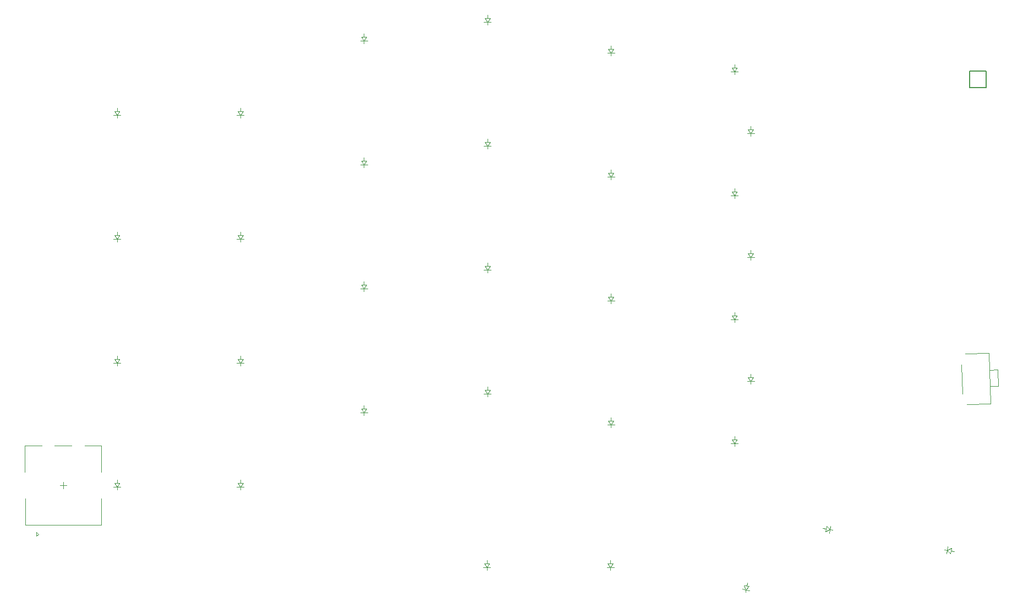
<source format=gbo>
G04 #@! TF.GenerationSoftware,KiCad,Pcbnew,6.0.5-a6ca702e91~116~ubuntu20.04.1*
G04 #@! TF.CreationDate,2022-08-10T01:11:28+00:00*
G04 #@! TF.ProjectId,spleeb,73706c65-6562-42e6-9b69-6361645f7063,v1.0.0*
G04 #@! TF.SameCoordinates,Original*
G04 #@! TF.FileFunction,Legend,Bot*
G04 #@! TF.FilePolarity,Positive*
%FSLAX46Y46*%
G04 Gerber Fmt 4.6, Leading zero omitted, Abs format (unit mm)*
G04 Created by KiCad (PCBNEW 6.0.5-a6ca702e91~116~ubuntu20.04.1) date 2022-08-10 01:11:28*
%MOMM*%
%LPD*%
G01*
G04 APERTURE LIST*
%ADD10C,0.100000*%
%ADD11C,0.120000*%
%ADD12C,0.150000*%
G04 APERTURE END LIST*
D10*
G04 #@! TO.C,D4*
X8650000Y57400000D02*
X8250000Y56800000D01*
X7850000Y57400000D02*
X8650000Y57400000D01*
X8250000Y57400000D02*
X8250000Y57900000D01*
X8250000Y56800000D02*
X8800000Y56800000D01*
X8250000Y56800000D02*
X7850000Y57400000D01*
X8250000Y56400000D02*
X8250000Y56800000D01*
X8250000Y56800000D02*
X7700000Y56800000D01*
G04 #@! TO.C,D20*
X84250000Y66925000D02*
X84250000Y67425000D01*
X84250000Y65925000D02*
X84250000Y66325000D01*
X84250000Y66325000D02*
X83700000Y66325000D01*
X83850000Y66925000D02*
X84650000Y66925000D01*
X84650000Y66925000D02*
X84250000Y66325000D01*
X84250000Y66325000D02*
X83850000Y66925000D01*
X84250000Y66325000D02*
X84800000Y66325000D01*
D11*
G04 #@! TO.C,B1*
X138171811Y18446935D02*
X138328859Y13949676D01*
X142504091Y17597612D02*
X143753330Y17641236D01*
X142411608Y20245997D02*
X142683824Y12450749D01*
X143753330Y17641236D02*
X143840579Y15142759D01*
X138733849Y20117567D02*
X142411608Y20245997D01*
X142591340Y15099135D02*
X143840579Y15142759D01*
X139006065Y12322319D02*
X142683824Y12450749D01*
D10*
G04 #@! TO.C,D32*
X136531197Y-10179347D02*
X137023601Y-10266171D01*
X135940312Y-10075158D02*
X135844806Y-10616802D01*
X135940312Y-10075158D02*
X136600656Y-9785424D01*
X135940312Y-10075158D02*
X136035819Y-9533514D01*
X135546389Y-10005699D02*
X135940312Y-10075158D01*
X136461738Y-10573270D02*
X135940312Y-10075158D01*
X136600656Y-9785424D02*
X136461738Y-10573270D01*
G04 #@! TO.C,D13*
X65250000Y13537500D02*
X65250000Y13937500D01*
X65650000Y14537500D02*
X65250000Y13937500D01*
X65250000Y14537500D02*
X65250000Y15037500D01*
X65250000Y13937500D02*
X64700000Y13937500D01*
X65250000Y13937500D02*
X64850000Y14537500D01*
X64850000Y14537500D02*
X65650000Y14537500D01*
X65250000Y13937500D02*
X65800000Y13937500D01*
G04 #@! TO.C,D2*
X8250000Y18300000D02*
X8250000Y18700000D01*
X8250000Y18700000D02*
X8800000Y18700000D01*
X7850000Y19300000D02*
X8650000Y19300000D01*
X8250000Y19300000D02*
X8250000Y19800000D01*
X8650000Y19300000D02*
X8250000Y18700000D01*
X8250000Y18700000D02*
X7850000Y19300000D01*
X8250000Y18700000D02*
X7700000Y18700000D01*
G04 #@! TO.C,D6*
X27250000Y18700000D02*
X26700000Y18700000D01*
X27250000Y18700000D02*
X26850000Y19300000D01*
X27650000Y19300000D02*
X27250000Y18700000D01*
X27250000Y18300000D02*
X27250000Y18700000D01*
X27250000Y19300000D02*
X27250000Y19800000D01*
X26850000Y19300000D02*
X27650000Y19300000D01*
X27250000Y18700000D02*
X27800000Y18700000D01*
G04 #@! TO.C,D22*
X103250000Y25967500D02*
X103250000Y26467500D01*
X103250000Y25367500D02*
X102700000Y25367500D01*
X103250000Y24967500D02*
X103250000Y25367500D01*
X103250000Y25367500D02*
X102850000Y25967500D01*
X103650000Y25967500D02*
X103250000Y25367500D01*
X103250000Y25367500D02*
X103800000Y25367500D01*
X102850000Y25967500D02*
X103650000Y25967500D01*
G04 #@! TO.C,D26*
X105750000Y35517500D02*
X105750000Y36017500D01*
X106150000Y35517500D02*
X105750000Y34917500D01*
X105750000Y34517500D02*
X105750000Y34917500D01*
X105750000Y34917500D02*
X105350000Y35517500D01*
X105350000Y35517500D02*
X106150000Y35517500D01*
X105750000Y34917500D02*
X106300000Y34917500D01*
X105750000Y34917500D02*
X105200000Y34917500D01*
G04 #@! TO.C,D19*
X83850000Y47875000D02*
X84650000Y47875000D01*
X84250000Y47275000D02*
X83850000Y47875000D01*
X84650000Y47875000D02*
X84250000Y47275000D01*
X84250000Y47875000D02*
X84250000Y48375000D01*
X84250000Y47275000D02*
X83700000Y47275000D01*
X84250000Y46875000D02*
X84250000Y47275000D01*
X84250000Y47275000D02*
X84800000Y47275000D01*
G04 #@! TO.C,D10*
X46250000Y30130000D02*
X46800000Y30130000D01*
X46250000Y30730000D02*
X46250000Y31230000D01*
X46250000Y30130000D02*
X45850000Y30730000D01*
X46250000Y29730000D02*
X46250000Y30130000D01*
X46650000Y30730000D02*
X46250000Y30130000D01*
X46250000Y30130000D02*
X45700000Y30130000D01*
X45850000Y30730000D02*
X46650000Y30730000D01*
G04 #@! TO.C,D25*
X105750000Y15467500D02*
X105750000Y15867500D01*
X105350000Y16467500D02*
X106150000Y16467500D01*
X105750000Y15867500D02*
X105350000Y16467500D01*
X105750000Y15867500D02*
X106300000Y15867500D01*
X105750000Y15867500D02*
X105200000Y15867500D01*
X106150000Y16467500D02*
X105750000Y15867500D01*
X105750000Y16467500D02*
X105750000Y16967500D01*
G04 #@! TO.C,D12*
X46250000Y68830000D02*
X46250000Y69330000D01*
X46250000Y68230000D02*
X45850000Y68830000D01*
X46250000Y68230000D02*
X45700000Y68230000D01*
X46250000Y67830000D02*
X46250000Y68230000D01*
X45850000Y68830000D02*
X46650000Y68830000D01*
X46650000Y68830000D02*
X46250000Y68230000D01*
X46250000Y68230000D02*
X46800000Y68230000D01*
G04 #@! TO.C,D11*
X46250000Y49780000D02*
X46250000Y50280000D01*
X46250000Y49180000D02*
X45850000Y49780000D01*
X45850000Y49780000D02*
X46650000Y49780000D01*
X46250000Y49180000D02*
X45700000Y49180000D01*
X46250000Y48780000D02*
X46250000Y49180000D01*
X46250000Y49180000D02*
X46800000Y49180000D01*
X46650000Y49780000D02*
X46250000Y49180000D01*
G04 #@! TO.C,D7*
X27250000Y37750000D02*
X27800000Y37750000D01*
X26850000Y38350000D02*
X27650000Y38350000D01*
X27250000Y37750000D02*
X26700000Y37750000D01*
X27250000Y37350000D02*
X27250000Y37750000D01*
X27250000Y38350000D02*
X27250000Y38850000D01*
X27250000Y37750000D02*
X26850000Y38350000D01*
X27650000Y38350000D02*
X27250000Y37750000D01*
G04 #@! TO.C,D17*
X83850000Y9775000D02*
X84650000Y9775000D01*
X84250000Y9175000D02*
X84800000Y9175000D01*
X84650000Y9775000D02*
X84250000Y9175000D01*
X84250000Y9775000D02*
X84250000Y10275000D01*
X84250000Y9175000D02*
X83850000Y9775000D01*
X84250000Y8775000D02*
X84250000Y9175000D01*
X84250000Y9175000D02*
X83700000Y9175000D01*
D11*
G04 #@! TO.C,ROT1*
X-5840000Y-6220000D02*
X5860000Y-6220000D01*
X-3840000Y-7620000D02*
X-4140000Y-7920000D01*
X3260000Y5980000D02*
X5860000Y5980000D01*
X-4140000Y-7920000D02*
X-4140000Y-7320000D01*
X-40000Y-620000D02*
X-40000Y380000D01*
X-4140000Y-7320000D02*
X-3840000Y-7620000D01*
X-1340000Y5980000D02*
X1260000Y5980000D01*
X-540000Y-120000D02*
X460000Y-120000D01*
X-5940000Y1880000D02*
X-5940000Y5980000D01*
X5860000Y-2120000D02*
X5860000Y-6220000D01*
X-5940000Y5980000D02*
X-3340000Y5980000D01*
X5860000Y5980000D02*
X5860000Y1880000D01*
X-5840000Y-2120000D02*
X-5840000Y-6220000D01*
D12*
G04 #@! TO.C,MCU1*
X141940000Y61017500D02*
X141940000Y63557500D01*
X139400000Y63557500D02*
X139400000Y61017500D01*
X139400000Y63557500D02*
X141940000Y63557500D01*
X139400000Y61017500D02*
X141940000Y61017500D01*
D10*
G04 #@! TO.C,D23*
X103250000Y44417500D02*
X102850000Y45017500D01*
X103250000Y44417500D02*
X102700000Y44417500D01*
X102850000Y45017500D02*
X103650000Y45017500D01*
X103650000Y45017500D02*
X103250000Y44417500D01*
X103250000Y45017500D02*
X103250000Y45517500D01*
X103250000Y44017500D02*
X103250000Y44417500D01*
X103250000Y44417500D02*
X103800000Y44417500D01*
G04 #@! TO.C,D15*
X65250000Y52037500D02*
X65800000Y52037500D01*
X65250000Y52037500D02*
X64700000Y52037500D01*
X65650000Y52637500D02*
X65250000Y52037500D01*
X65250000Y52037500D02*
X64850000Y52637500D01*
X64850000Y52637500D02*
X65650000Y52637500D01*
X65250000Y51637500D02*
X65250000Y52037500D01*
X65250000Y52637500D02*
X65250000Y53137500D01*
G04 #@! TO.C,D9*
X46250000Y11080000D02*
X45700000Y11080000D01*
X46250000Y10680000D02*
X46250000Y11080000D01*
X46650000Y11680000D02*
X46250000Y11080000D01*
X46250000Y11080000D02*
X46800000Y11080000D01*
X46250000Y11680000D02*
X46250000Y12180000D01*
X46250000Y11080000D02*
X45850000Y11680000D01*
X45850000Y11680000D02*
X46650000Y11680000D01*
G04 #@! TO.C,D27*
X105350000Y54567500D02*
X106150000Y54567500D01*
X105750000Y54567500D02*
X105750000Y55067500D01*
X105750000Y53567500D02*
X105750000Y53967500D01*
X106150000Y54567500D02*
X105750000Y53967500D01*
X105750000Y53967500D02*
X105200000Y53967500D01*
X105750000Y53967500D02*
X105350000Y54567500D01*
X105750000Y53967500D02*
X106300000Y53967500D01*
G04 #@! TO.C,D14*
X65250000Y32987500D02*
X64700000Y32987500D01*
X65250000Y32987500D02*
X64850000Y33587500D01*
X65250000Y33587500D02*
X65250000Y34087500D01*
X65250000Y32587500D02*
X65250000Y32987500D01*
X65250000Y32987500D02*
X65800000Y32987500D01*
X65650000Y33587500D02*
X65250000Y32987500D01*
X64850000Y33587500D02*
X65650000Y33587500D01*
G04 #@! TO.C,D16*
X65650000Y71687500D02*
X65250000Y71087500D01*
X64850000Y71687500D02*
X65650000Y71687500D01*
X65250000Y70687500D02*
X65250000Y71087500D01*
X65250000Y71087500D02*
X64700000Y71087500D01*
X65250000Y71087500D02*
X65800000Y71087500D01*
X65250000Y71687500D02*
X65250000Y72187500D01*
X65250000Y71087500D02*
X64850000Y71687500D01*
G04 #@! TO.C,D28*
X65150000Y-12732500D02*
X65700000Y-12732500D01*
X65150000Y-12732500D02*
X64600000Y-12732500D01*
X65150000Y-13132500D02*
X65150000Y-12732500D01*
X64750000Y-12132500D02*
X65550000Y-12132500D01*
X65550000Y-12132500D02*
X65150000Y-12732500D01*
X65150000Y-12732500D02*
X64750000Y-12132500D01*
X65150000Y-12132500D02*
X65150000Y-11632500D01*
G04 #@! TO.C,D21*
X103250000Y6317500D02*
X103800000Y6317500D01*
X102850000Y6917500D02*
X103650000Y6917500D01*
X103250000Y6317500D02*
X102850000Y6917500D01*
X103650000Y6917500D02*
X103250000Y6317500D01*
X103250000Y6317500D02*
X102700000Y6317500D01*
X103250000Y5917500D02*
X103250000Y6317500D01*
X103250000Y6917500D02*
X103250000Y7417500D01*
G04 #@! TO.C,D8*
X27250000Y56800000D02*
X27800000Y56800000D01*
X26850000Y57400000D02*
X27650000Y57400000D01*
X27250000Y56800000D02*
X26700000Y56800000D01*
X27250000Y56800000D02*
X26850000Y57400000D01*
X27650000Y57400000D02*
X27250000Y56800000D01*
X27250000Y57400000D02*
X27250000Y57900000D01*
X27250000Y56400000D02*
X27250000Y56800000D01*
G04 #@! TO.C,D30*
X105013887Y-16159781D02*
X105555531Y-16255287D01*
X105511999Y-15638355D02*
X105013887Y-16159781D01*
X104944428Y-16553704D02*
X105013887Y-16159781D01*
X105013887Y-16159781D02*
X104724153Y-15499437D01*
X104724153Y-15499437D02*
X105511999Y-15638355D01*
X105013887Y-16159781D02*
X104472243Y-16064274D01*
X105118076Y-15568896D02*
X105204900Y-15076492D01*
G04 #@! TO.C,D29*
X84150000Y-12732500D02*
X83600000Y-12732500D01*
X84150000Y-13132500D02*
X84150000Y-12732500D01*
X84550000Y-12132500D02*
X84150000Y-12732500D01*
X84150000Y-12132500D02*
X84150000Y-11632500D01*
X83750000Y-12132500D02*
X84550000Y-12132500D01*
X84150000Y-12732500D02*
X84700000Y-12732500D01*
X84150000Y-12732500D02*
X83750000Y-12132500D01*
G04 #@! TO.C,D3*
X8650000Y38350000D02*
X8250000Y37750000D01*
X8250000Y37750000D02*
X7850000Y38350000D01*
X7850000Y38350000D02*
X8650000Y38350000D01*
X8250000Y37350000D02*
X8250000Y37750000D01*
X8250000Y37750000D02*
X7700000Y37750000D01*
X8250000Y38350000D02*
X8250000Y38850000D01*
X8250000Y37750000D02*
X8800000Y37750000D01*
G04 #@! TO.C,D24*
X103250000Y63067500D02*
X103250000Y63467500D01*
X103250000Y63467500D02*
X102850000Y64067500D01*
X103250000Y63467500D02*
X103800000Y63467500D01*
X103650000Y64067500D02*
X103250000Y63467500D01*
X103250000Y63467500D02*
X102700000Y63467500D01*
X103250000Y64067500D02*
X103250000Y64567500D01*
X102850000Y64067500D02*
X103650000Y64067500D01*
G04 #@! TO.C,D18*
X84250000Y27825000D02*
X84250000Y28225000D01*
X84250000Y28225000D02*
X84800000Y28225000D01*
X83850000Y28825000D02*
X84650000Y28825000D01*
X84250000Y28225000D02*
X83850000Y28825000D01*
X84250000Y28225000D02*
X83700000Y28225000D01*
X84250000Y28825000D02*
X84250000Y29325000D01*
X84650000Y28825000D02*
X84250000Y28225000D01*
G04 #@! TO.C,D31*
X117918331Y-6897397D02*
X117257987Y-7187131D01*
X117918331Y-6897397D02*
X117822824Y-7439041D01*
X117918331Y-6897397D02*
X118013837Y-6355753D01*
X117327446Y-6793208D02*
X116835042Y-6706384D01*
X117396905Y-6399285D02*
X117918331Y-6897397D01*
X118312254Y-6966856D02*
X117918331Y-6897397D01*
X117257987Y-7187131D02*
X117396905Y-6399285D01*
G04 #@! TO.C,D5*
X27250000Y-750000D02*
X27250000Y-350000D01*
X27250000Y-350000D02*
X26850000Y250000D01*
X27650000Y250000D02*
X27250000Y-350000D01*
X27250000Y-350000D02*
X27800000Y-350000D01*
X27250000Y250000D02*
X27250000Y750000D01*
X26850000Y250000D02*
X27650000Y250000D01*
X27250000Y-350000D02*
X26700000Y-350000D01*
G04 #@! TO.C,D1*
X8250000Y250000D02*
X8250000Y750000D01*
X8250000Y-750000D02*
X8250000Y-350000D01*
X8250000Y-350000D02*
X7850000Y250000D01*
X8250000Y-350000D02*
X8800000Y-350000D01*
X8650000Y250000D02*
X8250000Y-350000D01*
X8250000Y-350000D02*
X7700000Y-350000D01*
X7850000Y250000D02*
X8650000Y250000D01*
G04 #@! TD*
M02*

</source>
